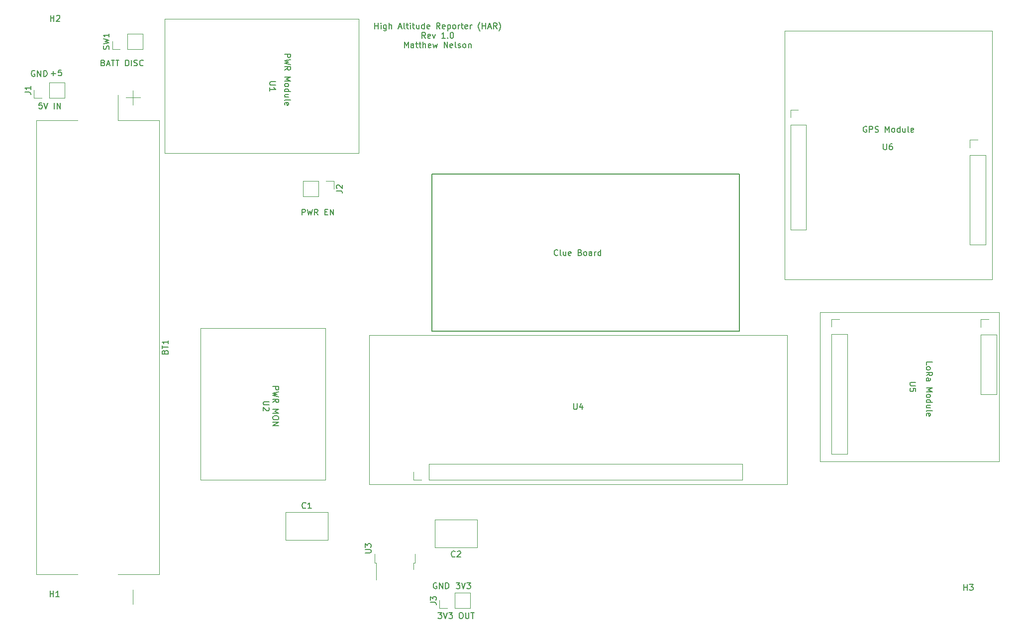
<source format=gto>
%TF.GenerationSoftware,KiCad,Pcbnew,(6.0.9-0)*%
%TF.CreationDate,2022-11-09T23:01:03-06:00*%
%TF.ProjectId,CluePCB,436c7565-5043-4422-9e6b-696361645f70,1*%
%TF.SameCoordinates,Original*%
%TF.FileFunction,Legend,Top*%
%TF.FilePolarity,Positive*%
%FSLAX46Y46*%
G04 Gerber Fmt 4.6, Leading zero omitted, Abs format (unit mm)*
G04 Created by KiCad (PCBNEW (6.0.9-0)) date 2022-11-09 23:01:03*
%MOMM*%
%LPD*%
G01*
G04 APERTURE LIST*
%ADD10C,0.150000*%
%ADD11C,0.120000*%
%ADD12R,1.700000X1.700000*%
%ADD13O,1.700000X1.700000*%
%ADD14C,3.000000*%
%ADD15C,3.450000*%
%ADD16C,2.390000*%
%ADD17R,6.350000X7.340000*%
%ADD18C,1.524000*%
%ADD19C,1.600000*%
%ADD20R,1.200000X2.200000*%
%ADD21R,5.800000X6.400000*%
G04 APERTURE END LIST*
D10*
X214647619Y-97004761D02*
X214647619Y-96528571D01*
X215647619Y-96528571D01*
X214647619Y-97480952D02*
X214695238Y-97385714D01*
X214742857Y-97338095D01*
X214838095Y-97290476D01*
X215123809Y-97290476D01*
X215219047Y-97338095D01*
X215266666Y-97385714D01*
X215314285Y-97480952D01*
X215314285Y-97623809D01*
X215266666Y-97719047D01*
X215219047Y-97766666D01*
X215123809Y-97814285D01*
X214838095Y-97814285D01*
X214742857Y-97766666D01*
X214695238Y-97719047D01*
X214647619Y-97623809D01*
X214647619Y-97480952D01*
X214647619Y-98814285D02*
X215123809Y-98480952D01*
X214647619Y-98242857D02*
X215647619Y-98242857D01*
X215647619Y-98623809D01*
X215600000Y-98719047D01*
X215552380Y-98766666D01*
X215457142Y-98814285D01*
X215314285Y-98814285D01*
X215219047Y-98766666D01*
X215171428Y-98719047D01*
X215123809Y-98623809D01*
X215123809Y-98242857D01*
X214647619Y-99671428D02*
X215171428Y-99671428D01*
X215266666Y-99623809D01*
X215314285Y-99528571D01*
X215314285Y-99338095D01*
X215266666Y-99242857D01*
X214695238Y-99671428D02*
X214647619Y-99576190D01*
X214647619Y-99338095D01*
X214695238Y-99242857D01*
X214790476Y-99195238D01*
X214885714Y-99195238D01*
X214980952Y-99242857D01*
X215028571Y-99338095D01*
X215028571Y-99576190D01*
X215076190Y-99671428D01*
X214647619Y-100909523D02*
X215647619Y-100909523D01*
X214933333Y-101242857D01*
X215647619Y-101576190D01*
X214647619Y-101576190D01*
X214647619Y-102195238D02*
X214695238Y-102100000D01*
X214742857Y-102052380D01*
X214838095Y-102004761D01*
X215123809Y-102004761D01*
X215219047Y-102052380D01*
X215266666Y-102100000D01*
X215314285Y-102195238D01*
X215314285Y-102338095D01*
X215266666Y-102433333D01*
X215219047Y-102480952D01*
X215123809Y-102528571D01*
X214838095Y-102528571D01*
X214742857Y-102480952D01*
X214695238Y-102433333D01*
X214647619Y-102338095D01*
X214647619Y-102195238D01*
X214647619Y-103385714D02*
X215647619Y-103385714D01*
X214695238Y-103385714D02*
X214647619Y-103290476D01*
X214647619Y-103100000D01*
X214695238Y-103004761D01*
X214742857Y-102957142D01*
X214838095Y-102909523D01*
X215123809Y-102909523D01*
X215219047Y-102957142D01*
X215266666Y-103004761D01*
X215314285Y-103100000D01*
X215314285Y-103290476D01*
X215266666Y-103385714D01*
X215314285Y-104290476D02*
X214647619Y-104290476D01*
X215314285Y-103861904D02*
X214790476Y-103861904D01*
X214695238Y-103909523D01*
X214647619Y-104004761D01*
X214647619Y-104147619D01*
X214695238Y-104242857D01*
X214742857Y-104290476D01*
X214647619Y-104909523D02*
X214695238Y-104814285D01*
X214790476Y-104766666D01*
X215647619Y-104766666D01*
X214695238Y-105671428D02*
X214647619Y-105576190D01*
X214647619Y-105385714D01*
X214695238Y-105290476D01*
X214790476Y-105242857D01*
X215171428Y-105242857D01*
X215266666Y-105290476D01*
X215314285Y-105385714D01*
X215314285Y-105576190D01*
X215266666Y-105671428D01*
X215171428Y-105719047D01*
X215076190Y-105719047D01*
X214980952Y-105242857D01*
X103447619Y-100666666D02*
X104447619Y-100666666D01*
X104447619Y-101047619D01*
X104400000Y-101142857D01*
X104352380Y-101190476D01*
X104257142Y-101238095D01*
X104114285Y-101238095D01*
X104019047Y-101190476D01*
X103971428Y-101142857D01*
X103923809Y-101047619D01*
X103923809Y-100666666D01*
X104447619Y-101571428D02*
X103447619Y-101809523D01*
X104161904Y-102000000D01*
X103447619Y-102190476D01*
X104447619Y-102428571D01*
X103447619Y-103380952D02*
X103923809Y-103047619D01*
X103447619Y-102809523D02*
X104447619Y-102809523D01*
X104447619Y-103190476D01*
X104400000Y-103285714D01*
X104352380Y-103333333D01*
X104257142Y-103380952D01*
X104114285Y-103380952D01*
X104019047Y-103333333D01*
X103971428Y-103285714D01*
X103923809Y-103190476D01*
X103923809Y-102809523D01*
X103447619Y-104571428D02*
X104447619Y-104571428D01*
X103733333Y-104904761D01*
X104447619Y-105238095D01*
X103447619Y-105238095D01*
X104447619Y-105904761D02*
X104447619Y-106095238D01*
X104400000Y-106190476D01*
X104304761Y-106285714D01*
X104114285Y-106333333D01*
X103780952Y-106333333D01*
X103590476Y-106285714D01*
X103495238Y-106190476D01*
X103447619Y-106095238D01*
X103447619Y-105904761D01*
X103495238Y-105809523D01*
X103590476Y-105714285D01*
X103780952Y-105666666D01*
X104114285Y-105666666D01*
X104304761Y-105714285D01*
X104400000Y-105809523D01*
X104447619Y-105904761D01*
X103447619Y-106761904D02*
X104447619Y-106761904D01*
X103447619Y-107333333D01*
X104447619Y-107333333D01*
X105447619Y-44066666D02*
X106447619Y-44066666D01*
X106447619Y-44447619D01*
X106400000Y-44542857D01*
X106352380Y-44590476D01*
X106257142Y-44638095D01*
X106114285Y-44638095D01*
X106019047Y-44590476D01*
X105971428Y-44542857D01*
X105923809Y-44447619D01*
X105923809Y-44066666D01*
X106447619Y-44971428D02*
X105447619Y-45209523D01*
X106161904Y-45400000D01*
X105447619Y-45590476D01*
X106447619Y-45828571D01*
X105447619Y-46780952D02*
X105923809Y-46447619D01*
X105447619Y-46209523D02*
X106447619Y-46209523D01*
X106447619Y-46590476D01*
X106400000Y-46685714D01*
X106352380Y-46733333D01*
X106257142Y-46780952D01*
X106114285Y-46780952D01*
X106019047Y-46733333D01*
X105971428Y-46685714D01*
X105923809Y-46590476D01*
X105923809Y-46209523D01*
X105447619Y-47971428D02*
X106447619Y-47971428D01*
X105733333Y-48304761D01*
X106447619Y-48638095D01*
X105447619Y-48638095D01*
X105447619Y-49257142D02*
X105495238Y-49161904D01*
X105542857Y-49114285D01*
X105638095Y-49066666D01*
X105923809Y-49066666D01*
X106019047Y-49114285D01*
X106066666Y-49161904D01*
X106114285Y-49257142D01*
X106114285Y-49400000D01*
X106066666Y-49495238D01*
X106019047Y-49542857D01*
X105923809Y-49590476D01*
X105638095Y-49590476D01*
X105542857Y-49542857D01*
X105495238Y-49495238D01*
X105447619Y-49400000D01*
X105447619Y-49257142D01*
X105447619Y-50447619D02*
X106447619Y-50447619D01*
X105495238Y-50447619D02*
X105447619Y-50352380D01*
X105447619Y-50161904D01*
X105495238Y-50066666D01*
X105542857Y-50019047D01*
X105638095Y-49971428D01*
X105923809Y-49971428D01*
X106019047Y-50019047D01*
X106066666Y-50066666D01*
X106114285Y-50161904D01*
X106114285Y-50352380D01*
X106066666Y-50447619D01*
X106114285Y-51352380D02*
X105447619Y-51352380D01*
X106114285Y-50923809D02*
X105590476Y-50923809D01*
X105495238Y-50971428D01*
X105447619Y-51066666D01*
X105447619Y-51209523D01*
X105495238Y-51304761D01*
X105542857Y-51352380D01*
X105447619Y-51971428D02*
X105495238Y-51876190D01*
X105590476Y-51828571D01*
X106447619Y-51828571D01*
X105495238Y-52733333D02*
X105447619Y-52638095D01*
X105447619Y-52447619D01*
X105495238Y-52352380D01*
X105590476Y-52304761D01*
X105971428Y-52304761D01*
X106066666Y-52352380D01*
X106114285Y-52447619D01*
X106114285Y-52638095D01*
X106066666Y-52733333D01*
X105971428Y-52780952D01*
X105876190Y-52780952D01*
X105780952Y-52304761D01*
X204485714Y-56400000D02*
X204390476Y-56352380D01*
X204247619Y-56352380D01*
X204104761Y-56400000D01*
X204009523Y-56495238D01*
X203961904Y-56590476D01*
X203914285Y-56780952D01*
X203914285Y-56923809D01*
X203961904Y-57114285D01*
X204009523Y-57209523D01*
X204104761Y-57304761D01*
X204247619Y-57352380D01*
X204342857Y-57352380D01*
X204485714Y-57304761D01*
X204533333Y-57257142D01*
X204533333Y-56923809D01*
X204342857Y-56923809D01*
X204961904Y-57352380D02*
X204961904Y-56352380D01*
X205342857Y-56352380D01*
X205438095Y-56400000D01*
X205485714Y-56447619D01*
X205533333Y-56542857D01*
X205533333Y-56685714D01*
X205485714Y-56780952D01*
X205438095Y-56828571D01*
X205342857Y-56876190D01*
X204961904Y-56876190D01*
X205914285Y-57304761D02*
X206057142Y-57352380D01*
X206295238Y-57352380D01*
X206390476Y-57304761D01*
X206438095Y-57257142D01*
X206485714Y-57161904D01*
X206485714Y-57066666D01*
X206438095Y-56971428D01*
X206390476Y-56923809D01*
X206295238Y-56876190D01*
X206104761Y-56828571D01*
X206009523Y-56780952D01*
X205961904Y-56733333D01*
X205914285Y-56638095D01*
X205914285Y-56542857D01*
X205961904Y-56447619D01*
X206009523Y-56400000D01*
X206104761Y-56352380D01*
X206342857Y-56352380D01*
X206485714Y-56400000D01*
X207676190Y-57352380D02*
X207676190Y-56352380D01*
X208009523Y-57066666D01*
X208342857Y-56352380D01*
X208342857Y-57352380D01*
X208961904Y-57352380D02*
X208866666Y-57304761D01*
X208819047Y-57257142D01*
X208771428Y-57161904D01*
X208771428Y-56876190D01*
X208819047Y-56780952D01*
X208866666Y-56733333D01*
X208961904Y-56685714D01*
X209104761Y-56685714D01*
X209200000Y-56733333D01*
X209247619Y-56780952D01*
X209295238Y-56876190D01*
X209295238Y-57161904D01*
X209247619Y-57257142D01*
X209200000Y-57304761D01*
X209104761Y-57352380D01*
X208961904Y-57352380D01*
X210152380Y-57352380D02*
X210152380Y-56352380D01*
X210152380Y-57304761D02*
X210057142Y-57352380D01*
X209866666Y-57352380D01*
X209771428Y-57304761D01*
X209723809Y-57257142D01*
X209676190Y-57161904D01*
X209676190Y-56876190D01*
X209723809Y-56780952D01*
X209771428Y-56733333D01*
X209866666Y-56685714D01*
X210057142Y-56685714D01*
X210152380Y-56733333D01*
X211057142Y-56685714D02*
X211057142Y-57352380D01*
X210628571Y-56685714D02*
X210628571Y-57209523D01*
X210676190Y-57304761D01*
X210771428Y-57352380D01*
X210914285Y-57352380D01*
X211009523Y-57304761D01*
X211057142Y-57257142D01*
X211676190Y-57352380D02*
X211580952Y-57304761D01*
X211533333Y-57209523D01*
X211533333Y-56352380D01*
X212438095Y-57304761D02*
X212342857Y-57352380D01*
X212152380Y-57352380D01*
X212057142Y-57304761D01*
X212009523Y-57209523D01*
X212009523Y-56828571D01*
X212057142Y-56733333D01*
X212152380Y-56685714D01*
X212342857Y-56685714D01*
X212438095Y-56733333D01*
X212485714Y-56828571D01*
X212485714Y-56923809D01*
X212009523Y-57019047D01*
X120809523Y-39742380D02*
X120809523Y-38742380D01*
X120809523Y-39218571D02*
X121380952Y-39218571D01*
X121380952Y-39742380D02*
X121380952Y-38742380D01*
X121857142Y-39742380D02*
X121857142Y-39075714D01*
X121857142Y-38742380D02*
X121809523Y-38790000D01*
X121857142Y-38837619D01*
X121904761Y-38790000D01*
X121857142Y-38742380D01*
X121857142Y-38837619D01*
X122761904Y-39075714D02*
X122761904Y-39885238D01*
X122714285Y-39980476D01*
X122666666Y-40028095D01*
X122571428Y-40075714D01*
X122428571Y-40075714D01*
X122333333Y-40028095D01*
X122761904Y-39694761D02*
X122666666Y-39742380D01*
X122476190Y-39742380D01*
X122380952Y-39694761D01*
X122333333Y-39647142D01*
X122285714Y-39551904D01*
X122285714Y-39266190D01*
X122333333Y-39170952D01*
X122380952Y-39123333D01*
X122476190Y-39075714D01*
X122666666Y-39075714D01*
X122761904Y-39123333D01*
X123238095Y-39742380D02*
X123238095Y-38742380D01*
X123666666Y-39742380D02*
X123666666Y-39218571D01*
X123619047Y-39123333D01*
X123523809Y-39075714D01*
X123380952Y-39075714D01*
X123285714Y-39123333D01*
X123238095Y-39170952D01*
X124857142Y-39456666D02*
X125333333Y-39456666D01*
X124761904Y-39742380D02*
X125095238Y-38742380D01*
X125428571Y-39742380D01*
X125904761Y-39742380D02*
X125809523Y-39694761D01*
X125761904Y-39599523D01*
X125761904Y-38742380D01*
X126142857Y-39075714D02*
X126523809Y-39075714D01*
X126285714Y-38742380D02*
X126285714Y-39599523D01*
X126333333Y-39694761D01*
X126428571Y-39742380D01*
X126523809Y-39742380D01*
X126857142Y-39742380D02*
X126857142Y-39075714D01*
X126857142Y-38742380D02*
X126809523Y-38790000D01*
X126857142Y-38837619D01*
X126904761Y-38790000D01*
X126857142Y-38742380D01*
X126857142Y-38837619D01*
X127190476Y-39075714D02*
X127571428Y-39075714D01*
X127333333Y-38742380D02*
X127333333Y-39599523D01*
X127380952Y-39694761D01*
X127476190Y-39742380D01*
X127571428Y-39742380D01*
X128333333Y-39075714D02*
X128333333Y-39742380D01*
X127904761Y-39075714D02*
X127904761Y-39599523D01*
X127952380Y-39694761D01*
X128047619Y-39742380D01*
X128190476Y-39742380D01*
X128285714Y-39694761D01*
X128333333Y-39647142D01*
X129238095Y-39742380D02*
X129238095Y-38742380D01*
X129238095Y-39694761D02*
X129142857Y-39742380D01*
X128952380Y-39742380D01*
X128857142Y-39694761D01*
X128809523Y-39647142D01*
X128761904Y-39551904D01*
X128761904Y-39266190D01*
X128809523Y-39170952D01*
X128857142Y-39123333D01*
X128952380Y-39075714D01*
X129142857Y-39075714D01*
X129238095Y-39123333D01*
X130095238Y-39694761D02*
X130000000Y-39742380D01*
X129809523Y-39742380D01*
X129714285Y-39694761D01*
X129666666Y-39599523D01*
X129666666Y-39218571D01*
X129714285Y-39123333D01*
X129809523Y-39075714D01*
X130000000Y-39075714D01*
X130095238Y-39123333D01*
X130142857Y-39218571D01*
X130142857Y-39313809D01*
X129666666Y-39409047D01*
X131904761Y-39742380D02*
X131571428Y-39266190D01*
X131333333Y-39742380D02*
X131333333Y-38742380D01*
X131714285Y-38742380D01*
X131809523Y-38790000D01*
X131857142Y-38837619D01*
X131904761Y-38932857D01*
X131904761Y-39075714D01*
X131857142Y-39170952D01*
X131809523Y-39218571D01*
X131714285Y-39266190D01*
X131333333Y-39266190D01*
X132714285Y-39694761D02*
X132619047Y-39742380D01*
X132428571Y-39742380D01*
X132333333Y-39694761D01*
X132285714Y-39599523D01*
X132285714Y-39218571D01*
X132333333Y-39123333D01*
X132428571Y-39075714D01*
X132619047Y-39075714D01*
X132714285Y-39123333D01*
X132761904Y-39218571D01*
X132761904Y-39313809D01*
X132285714Y-39409047D01*
X133190476Y-39075714D02*
X133190476Y-40075714D01*
X133190476Y-39123333D02*
X133285714Y-39075714D01*
X133476190Y-39075714D01*
X133571428Y-39123333D01*
X133619047Y-39170952D01*
X133666666Y-39266190D01*
X133666666Y-39551904D01*
X133619047Y-39647142D01*
X133571428Y-39694761D01*
X133476190Y-39742380D01*
X133285714Y-39742380D01*
X133190476Y-39694761D01*
X134238095Y-39742380D02*
X134142857Y-39694761D01*
X134095238Y-39647142D01*
X134047619Y-39551904D01*
X134047619Y-39266190D01*
X134095238Y-39170952D01*
X134142857Y-39123333D01*
X134238095Y-39075714D01*
X134380952Y-39075714D01*
X134476190Y-39123333D01*
X134523809Y-39170952D01*
X134571428Y-39266190D01*
X134571428Y-39551904D01*
X134523809Y-39647142D01*
X134476190Y-39694761D01*
X134380952Y-39742380D01*
X134238095Y-39742380D01*
X135000000Y-39742380D02*
X135000000Y-39075714D01*
X135000000Y-39266190D02*
X135047619Y-39170952D01*
X135095238Y-39123333D01*
X135190476Y-39075714D01*
X135285714Y-39075714D01*
X135476190Y-39075714D02*
X135857142Y-39075714D01*
X135619047Y-38742380D02*
X135619047Y-39599523D01*
X135666666Y-39694761D01*
X135761904Y-39742380D01*
X135857142Y-39742380D01*
X136571428Y-39694761D02*
X136476190Y-39742380D01*
X136285714Y-39742380D01*
X136190476Y-39694761D01*
X136142857Y-39599523D01*
X136142857Y-39218571D01*
X136190476Y-39123333D01*
X136285714Y-39075714D01*
X136476190Y-39075714D01*
X136571428Y-39123333D01*
X136619047Y-39218571D01*
X136619047Y-39313809D01*
X136142857Y-39409047D01*
X137047619Y-39742380D02*
X137047619Y-39075714D01*
X137047619Y-39266190D02*
X137095238Y-39170952D01*
X137142857Y-39123333D01*
X137238095Y-39075714D01*
X137333333Y-39075714D01*
X138714285Y-40123333D02*
X138666666Y-40075714D01*
X138571428Y-39932857D01*
X138523809Y-39837619D01*
X138476190Y-39694761D01*
X138428571Y-39456666D01*
X138428571Y-39266190D01*
X138476190Y-39028095D01*
X138523809Y-38885238D01*
X138571428Y-38790000D01*
X138666666Y-38647142D01*
X138714285Y-38599523D01*
X139095238Y-39742380D02*
X139095238Y-38742380D01*
X139095238Y-39218571D02*
X139666666Y-39218571D01*
X139666666Y-39742380D02*
X139666666Y-38742380D01*
X140095238Y-39456666D02*
X140571428Y-39456666D01*
X140000000Y-39742380D02*
X140333333Y-38742380D01*
X140666666Y-39742380D01*
X141571428Y-39742380D02*
X141238095Y-39266190D01*
X141000000Y-39742380D02*
X141000000Y-38742380D01*
X141380952Y-38742380D01*
X141476190Y-38790000D01*
X141523809Y-38837619D01*
X141571428Y-38932857D01*
X141571428Y-39075714D01*
X141523809Y-39170952D01*
X141476190Y-39218571D01*
X141380952Y-39266190D01*
X141000000Y-39266190D01*
X141904761Y-40123333D02*
X141952380Y-40075714D01*
X142047619Y-39932857D01*
X142095238Y-39837619D01*
X142142857Y-39694761D01*
X142190476Y-39456666D01*
X142190476Y-39266190D01*
X142142857Y-39028095D01*
X142095238Y-38885238D01*
X142047619Y-38790000D01*
X141952380Y-38647142D01*
X141904761Y-38599523D01*
X129428571Y-41352380D02*
X129095238Y-40876190D01*
X128857142Y-41352380D02*
X128857142Y-40352380D01*
X129238095Y-40352380D01*
X129333333Y-40400000D01*
X129380952Y-40447619D01*
X129428571Y-40542857D01*
X129428571Y-40685714D01*
X129380952Y-40780952D01*
X129333333Y-40828571D01*
X129238095Y-40876190D01*
X128857142Y-40876190D01*
X130238095Y-41304761D02*
X130142857Y-41352380D01*
X129952380Y-41352380D01*
X129857142Y-41304761D01*
X129809523Y-41209523D01*
X129809523Y-40828571D01*
X129857142Y-40733333D01*
X129952380Y-40685714D01*
X130142857Y-40685714D01*
X130238095Y-40733333D01*
X130285714Y-40828571D01*
X130285714Y-40923809D01*
X129809523Y-41019047D01*
X130619047Y-40685714D02*
X130857142Y-41352380D01*
X131095238Y-40685714D01*
X132761904Y-41352380D02*
X132190476Y-41352380D01*
X132476190Y-41352380D02*
X132476190Y-40352380D01*
X132380952Y-40495238D01*
X132285714Y-40590476D01*
X132190476Y-40638095D01*
X133190476Y-41257142D02*
X133238095Y-41304761D01*
X133190476Y-41352380D01*
X133142857Y-41304761D01*
X133190476Y-41257142D01*
X133190476Y-41352380D01*
X133857142Y-40352380D02*
X133952380Y-40352380D01*
X134047619Y-40400000D01*
X134095238Y-40447619D01*
X134142857Y-40542857D01*
X134190476Y-40733333D01*
X134190476Y-40971428D01*
X134142857Y-41161904D01*
X134095238Y-41257142D01*
X134047619Y-41304761D01*
X133952380Y-41352380D01*
X133857142Y-41352380D01*
X133761904Y-41304761D01*
X133714285Y-41257142D01*
X133666666Y-41161904D01*
X133619047Y-40971428D01*
X133619047Y-40733333D01*
X133666666Y-40542857D01*
X133714285Y-40447619D01*
X133761904Y-40400000D01*
X133857142Y-40352380D01*
X125833333Y-42962380D02*
X125833333Y-41962380D01*
X126166666Y-42676666D01*
X126500000Y-41962380D01*
X126500000Y-42962380D01*
X127404761Y-42962380D02*
X127404761Y-42438571D01*
X127357142Y-42343333D01*
X127261904Y-42295714D01*
X127071428Y-42295714D01*
X126976190Y-42343333D01*
X127404761Y-42914761D02*
X127309523Y-42962380D01*
X127071428Y-42962380D01*
X126976190Y-42914761D01*
X126928571Y-42819523D01*
X126928571Y-42724285D01*
X126976190Y-42629047D01*
X127071428Y-42581428D01*
X127309523Y-42581428D01*
X127404761Y-42533809D01*
X127738095Y-42295714D02*
X128119047Y-42295714D01*
X127880952Y-41962380D02*
X127880952Y-42819523D01*
X127928571Y-42914761D01*
X128023809Y-42962380D01*
X128119047Y-42962380D01*
X128309523Y-42295714D02*
X128690476Y-42295714D01*
X128452380Y-41962380D02*
X128452380Y-42819523D01*
X128500000Y-42914761D01*
X128595238Y-42962380D01*
X128690476Y-42962380D01*
X129023809Y-42962380D02*
X129023809Y-41962380D01*
X129452380Y-42962380D02*
X129452380Y-42438571D01*
X129404761Y-42343333D01*
X129309523Y-42295714D01*
X129166666Y-42295714D01*
X129071428Y-42343333D01*
X129023809Y-42390952D01*
X130309523Y-42914761D02*
X130214285Y-42962380D01*
X130023809Y-42962380D01*
X129928571Y-42914761D01*
X129880952Y-42819523D01*
X129880952Y-42438571D01*
X129928571Y-42343333D01*
X130023809Y-42295714D01*
X130214285Y-42295714D01*
X130309523Y-42343333D01*
X130357142Y-42438571D01*
X130357142Y-42533809D01*
X129880952Y-42629047D01*
X130690476Y-42295714D02*
X130880952Y-42962380D01*
X131071428Y-42486190D01*
X131261904Y-42962380D01*
X131452380Y-42295714D01*
X132595238Y-42962380D02*
X132595238Y-41962380D01*
X133166666Y-42962380D01*
X133166666Y-41962380D01*
X134023809Y-42914761D02*
X133928571Y-42962380D01*
X133738095Y-42962380D01*
X133642857Y-42914761D01*
X133595238Y-42819523D01*
X133595238Y-42438571D01*
X133642857Y-42343333D01*
X133738095Y-42295714D01*
X133928571Y-42295714D01*
X134023809Y-42343333D01*
X134071428Y-42438571D01*
X134071428Y-42533809D01*
X133595238Y-42629047D01*
X134642857Y-42962380D02*
X134547619Y-42914761D01*
X134500000Y-42819523D01*
X134500000Y-41962380D01*
X134976190Y-42914761D02*
X135071428Y-42962380D01*
X135261904Y-42962380D01*
X135357142Y-42914761D01*
X135404761Y-42819523D01*
X135404761Y-42771904D01*
X135357142Y-42676666D01*
X135261904Y-42629047D01*
X135119047Y-42629047D01*
X135023809Y-42581428D01*
X134976190Y-42486190D01*
X134976190Y-42438571D01*
X135023809Y-42343333D01*
X135119047Y-42295714D01*
X135261904Y-42295714D01*
X135357142Y-42343333D01*
X135976190Y-42962380D02*
X135880952Y-42914761D01*
X135833333Y-42867142D01*
X135785714Y-42771904D01*
X135785714Y-42486190D01*
X135833333Y-42390952D01*
X135880952Y-42343333D01*
X135976190Y-42295714D01*
X136119047Y-42295714D01*
X136214285Y-42343333D01*
X136261904Y-42390952D01*
X136309523Y-42486190D01*
X136309523Y-42771904D01*
X136261904Y-42867142D01*
X136214285Y-42914761D01*
X136119047Y-42962380D01*
X135976190Y-42962380D01*
X136738095Y-42295714D02*
X136738095Y-42962380D01*
X136738095Y-42390952D02*
X136785714Y-42343333D01*
X136880952Y-42295714D01*
X137023809Y-42295714D01*
X137119047Y-42343333D01*
X137166666Y-42438571D01*
X137166666Y-42962380D01*
X151919047Y-78257142D02*
X151871428Y-78304761D01*
X151728571Y-78352380D01*
X151633333Y-78352380D01*
X151490476Y-78304761D01*
X151395238Y-78209523D01*
X151347619Y-78114285D01*
X151300000Y-77923809D01*
X151300000Y-77780952D01*
X151347619Y-77590476D01*
X151395238Y-77495238D01*
X151490476Y-77400000D01*
X151633333Y-77352380D01*
X151728571Y-77352380D01*
X151871428Y-77400000D01*
X151919047Y-77447619D01*
X152490476Y-78352380D02*
X152395238Y-78304761D01*
X152347619Y-78209523D01*
X152347619Y-77352380D01*
X153300000Y-77685714D02*
X153300000Y-78352380D01*
X152871428Y-77685714D02*
X152871428Y-78209523D01*
X152919047Y-78304761D01*
X153014285Y-78352380D01*
X153157142Y-78352380D01*
X153252380Y-78304761D01*
X153300000Y-78257142D01*
X154157142Y-78304761D02*
X154061904Y-78352380D01*
X153871428Y-78352380D01*
X153776190Y-78304761D01*
X153728571Y-78209523D01*
X153728571Y-77828571D01*
X153776190Y-77733333D01*
X153871428Y-77685714D01*
X154061904Y-77685714D01*
X154157142Y-77733333D01*
X154204761Y-77828571D01*
X154204761Y-77923809D01*
X153728571Y-78019047D01*
X155728571Y-77828571D02*
X155871428Y-77876190D01*
X155919047Y-77923809D01*
X155966666Y-78019047D01*
X155966666Y-78161904D01*
X155919047Y-78257142D01*
X155871428Y-78304761D01*
X155776190Y-78352380D01*
X155395238Y-78352380D01*
X155395238Y-77352380D01*
X155728571Y-77352380D01*
X155823809Y-77400000D01*
X155871428Y-77447619D01*
X155919047Y-77542857D01*
X155919047Y-77638095D01*
X155871428Y-77733333D01*
X155823809Y-77780952D01*
X155728571Y-77828571D01*
X155395238Y-77828571D01*
X156538095Y-78352380D02*
X156442857Y-78304761D01*
X156395238Y-78257142D01*
X156347619Y-78161904D01*
X156347619Y-77876190D01*
X156395238Y-77780952D01*
X156442857Y-77733333D01*
X156538095Y-77685714D01*
X156680952Y-77685714D01*
X156776190Y-77733333D01*
X156823809Y-77780952D01*
X156871428Y-77876190D01*
X156871428Y-78161904D01*
X156823809Y-78257142D01*
X156776190Y-78304761D01*
X156680952Y-78352380D01*
X156538095Y-78352380D01*
X157728571Y-78352380D02*
X157728571Y-77828571D01*
X157680952Y-77733333D01*
X157585714Y-77685714D01*
X157395238Y-77685714D01*
X157300000Y-77733333D01*
X157728571Y-78304761D02*
X157633333Y-78352380D01*
X157395238Y-78352380D01*
X157300000Y-78304761D01*
X157252380Y-78209523D01*
X157252380Y-78114285D01*
X157300000Y-78019047D01*
X157395238Y-77971428D01*
X157633333Y-77971428D01*
X157728571Y-77923809D01*
X158204761Y-78352380D02*
X158204761Y-77685714D01*
X158204761Y-77876190D02*
X158252380Y-77780952D01*
X158300000Y-77733333D01*
X158395238Y-77685714D01*
X158490476Y-77685714D01*
X159252380Y-78352380D02*
X159252380Y-77352380D01*
X159252380Y-78304761D02*
X159157142Y-78352380D01*
X158966666Y-78352380D01*
X158871428Y-78304761D01*
X158823809Y-78257142D01*
X158776190Y-78161904D01*
X158776190Y-77876190D01*
X158823809Y-77780952D01*
X158871428Y-77733333D01*
X158966666Y-77685714D01*
X159157142Y-77685714D01*
X159252380Y-77733333D01*
X130550000Y-64500000D02*
X182850000Y-64500000D01*
X182850000Y-64500000D02*
X182850000Y-91200000D01*
X182850000Y-91200000D02*
X130550000Y-91200000D01*
X130550000Y-91200000D02*
X130550000Y-64500000D01*
X74585714Y-45528571D02*
X74728571Y-45576190D01*
X74776190Y-45623809D01*
X74823809Y-45719047D01*
X74823809Y-45861904D01*
X74776190Y-45957142D01*
X74728571Y-46004761D01*
X74633333Y-46052380D01*
X74252380Y-46052380D01*
X74252380Y-45052380D01*
X74585714Y-45052380D01*
X74680952Y-45100000D01*
X74728571Y-45147619D01*
X74776190Y-45242857D01*
X74776190Y-45338095D01*
X74728571Y-45433333D01*
X74680952Y-45480952D01*
X74585714Y-45528571D01*
X74252380Y-45528571D01*
X75204761Y-45766666D02*
X75680952Y-45766666D01*
X75109523Y-46052380D02*
X75442857Y-45052380D01*
X75776190Y-46052380D01*
X75966666Y-45052380D02*
X76538095Y-45052380D01*
X76252380Y-46052380D02*
X76252380Y-45052380D01*
X76728571Y-45052380D02*
X77300000Y-45052380D01*
X77014285Y-46052380D02*
X77014285Y-45052380D01*
X78395238Y-46052380D02*
X78395238Y-45052380D01*
X78633333Y-45052380D01*
X78776190Y-45100000D01*
X78871428Y-45195238D01*
X78919047Y-45290476D01*
X78966666Y-45480952D01*
X78966666Y-45623809D01*
X78919047Y-45814285D01*
X78871428Y-45909523D01*
X78776190Y-46004761D01*
X78633333Y-46052380D01*
X78395238Y-46052380D01*
X79395238Y-46052380D02*
X79395238Y-45052380D01*
X79823809Y-46004761D02*
X79966666Y-46052380D01*
X80204761Y-46052380D01*
X80300000Y-46004761D01*
X80347619Y-45957142D01*
X80395238Y-45861904D01*
X80395238Y-45766666D01*
X80347619Y-45671428D01*
X80300000Y-45623809D01*
X80204761Y-45576190D01*
X80014285Y-45528571D01*
X79919047Y-45480952D01*
X79871428Y-45433333D01*
X79823809Y-45338095D01*
X79823809Y-45242857D01*
X79871428Y-45147619D01*
X79919047Y-45100000D01*
X80014285Y-45052380D01*
X80252380Y-45052380D01*
X80395238Y-45100000D01*
X81395238Y-45957142D02*
X81347619Y-46004761D01*
X81204761Y-46052380D01*
X81109523Y-46052380D01*
X80966666Y-46004761D01*
X80871428Y-45909523D01*
X80823809Y-45814285D01*
X80776190Y-45623809D01*
X80776190Y-45480952D01*
X80823809Y-45290476D01*
X80871428Y-45195238D01*
X80966666Y-45100000D01*
X81109523Y-45052380D01*
X81204761Y-45052380D01*
X81347619Y-45100000D01*
X81395238Y-45147619D01*
X62938095Y-46900000D02*
X62842857Y-46852380D01*
X62700000Y-46852380D01*
X62557142Y-46900000D01*
X62461904Y-46995238D01*
X62414285Y-47090476D01*
X62366666Y-47280952D01*
X62366666Y-47423809D01*
X62414285Y-47614285D01*
X62461904Y-47709523D01*
X62557142Y-47804761D01*
X62700000Y-47852380D01*
X62795238Y-47852380D01*
X62938095Y-47804761D01*
X62985714Y-47757142D01*
X62985714Y-47423809D01*
X62795238Y-47423809D01*
X63414285Y-47852380D02*
X63414285Y-46852380D01*
X63985714Y-47852380D01*
X63985714Y-46852380D01*
X64461904Y-47852380D02*
X64461904Y-46852380D01*
X64700000Y-46852380D01*
X64842857Y-46900000D01*
X64938095Y-46995238D01*
X64985714Y-47090476D01*
X65033333Y-47280952D01*
X65033333Y-47423809D01*
X64985714Y-47614285D01*
X64938095Y-47709523D01*
X64842857Y-47804761D01*
X64700000Y-47852380D01*
X64461904Y-47852380D01*
X131318095Y-134120000D02*
X131222857Y-134072380D01*
X131080000Y-134072380D01*
X130937142Y-134120000D01*
X130841904Y-134215238D01*
X130794285Y-134310476D01*
X130746666Y-134500952D01*
X130746666Y-134643809D01*
X130794285Y-134834285D01*
X130841904Y-134929523D01*
X130937142Y-135024761D01*
X131080000Y-135072380D01*
X131175238Y-135072380D01*
X131318095Y-135024761D01*
X131365714Y-134977142D01*
X131365714Y-134643809D01*
X131175238Y-134643809D01*
X131794285Y-135072380D02*
X131794285Y-134072380D01*
X132365714Y-135072380D01*
X132365714Y-134072380D01*
X132841904Y-135072380D02*
X132841904Y-134072380D01*
X133080000Y-134072380D01*
X133222857Y-134120000D01*
X133318095Y-134215238D01*
X133365714Y-134310476D01*
X133413333Y-134500952D01*
X133413333Y-134643809D01*
X133365714Y-134834285D01*
X133318095Y-134929523D01*
X133222857Y-135024761D01*
X133080000Y-135072380D01*
X132841904Y-135072380D01*
X131572380Y-139152380D02*
X132191428Y-139152380D01*
X131858095Y-139533333D01*
X132000952Y-139533333D01*
X132096190Y-139580952D01*
X132143809Y-139628571D01*
X132191428Y-139723809D01*
X132191428Y-139961904D01*
X132143809Y-140057142D01*
X132096190Y-140104761D01*
X132000952Y-140152380D01*
X131715238Y-140152380D01*
X131620000Y-140104761D01*
X131572380Y-140057142D01*
X132477142Y-139152380D02*
X132810476Y-140152380D01*
X133143809Y-139152380D01*
X133381904Y-139152380D02*
X134000952Y-139152380D01*
X133667619Y-139533333D01*
X133810476Y-139533333D01*
X133905714Y-139580952D01*
X133953333Y-139628571D01*
X134000952Y-139723809D01*
X134000952Y-139961904D01*
X133953333Y-140057142D01*
X133905714Y-140104761D01*
X133810476Y-140152380D01*
X133524761Y-140152380D01*
X133429523Y-140104761D01*
X133381904Y-140057142D01*
X135381904Y-139152380D02*
X135572380Y-139152380D01*
X135667619Y-139200000D01*
X135762857Y-139295238D01*
X135810476Y-139485714D01*
X135810476Y-139819047D01*
X135762857Y-140009523D01*
X135667619Y-140104761D01*
X135572380Y-140152380D01*
X135381904Y-140152380D01*
X135286666Y-140104761D01*
X135191428Y-140009523D01*
X135143809Y-139819047D01*
X135143809Y-139485714D01*
X135191428Y-139295238D01*
X135286666Y-139200000D01*
X135381904Y-139152380D01*
X136239047Y-139152380D02*
X136239047Y-139961904D01*
X136286666Y-140057142D01*
X136334285Y-140104761D01*
X136429523Y-140152380D01*
X136620000Y-140152380D01*
X136715238Y-140104761D01*
X136762857Y-140057142D01*
X136810476Y-139961904D01*
X136810476Y-139152380D01*
X137143809Y-139152380D02*
X137715238Y-139152380D01*
X137429523Y-140152380D02*
X137429523Y-139152380D01*
X134651904Y-134072380D02*
X135270952Y-134072380D01*
X134937619Y-134453333D01*
X135080476Y-134453333D01*
X135175714Y-134500952D01*
X135223333Y-134548571D01*
X135270952Y-134643809D01*
X135270952Y-134881904D01*
X135223333Y-134977142D01*
X135175714Y-135024761D01*
X135080476Y-135072380D01*
X134794761Y-135072380D01*
X134699523Y-135024761D01*
X134651904Y-134977142D01*
X135556666Y-134072380D02*
X135890000Y-135072380D01*
X136223333Y-134072380D01*
X136461428Y-134072380D02*
X137080476Y-134072380D01*
X136747142Y-134453333D01*
X136890000Y-134453333D01*
X136985238Y-134500952D01*
X137032857Y-134548571D01*
X137080476Y-134643809D01*
X137080476Y-134881904D01*
X137032857Y-134977142D01*
X136985238Y-135024761D01*
X136890000Y-135072380D01*
X136604285Y-135072380D01*
X136509047Y-135024761D01*
X136461428Y-134977142D01*
X65742857Y-47371428D02*
X66504761Y-47371428D01*
X66123809Y-47752380D02*
X66123809Y-46990476D01*
X67457142Y-46752380D02*
X66980952Y-46752380D01*
X66933333Y-47228571D01*
X66980952Y-47180952D01*
X67076190Y-47133333D01*
X67314285Y-47133333D01*
X67409523Y-47180952D01*
X67457142Y-47228571D01*
X67504761Y-47323809D01*
X67504761Y-47561904D01*
X67457142Y-47657142D01*
X67409523Y-47704761D01*
X67314285Y-47752380D01*
X67076190Y-47752380D01*
X66980952Y-47704761D01*
X66933333Y-47657142D01*
X64166666Y-52352380D02*
X63690476Y-52352380D01*
X63642857Y-52828571D01*
X63690476Y-52780952D01*
X63785714Y-52733333D01*
X64023809Y-52733333D01*
X64119047Y-52780952D01*
X64166666Y-52828571D01*
X64214285Y-52923809D01*
X64214285Y-53161904D01*
X64166666Y-53257142D01*
X64119047Y-53304761D01*
X64023809Y-53352380D01*
X63785714Y-53352380D01*
X63690476Y-53304761D01*
X63642857Y-53257142D01*
X64500000Y-52352380D02*
X64833333Y-53352380D01*
X65166666Y-52352380D01*
X66261904Y-53352380D02*
X66261904Y-52352380D01*
X66738095Y-53352380D02*
X66738095Y-52352380D01*
X67309523Y-53352380D01*
X67309523Y-52352380D01*
X108409523Y-71452380D02*
X108409523Y-70452380D01*
X108790476Y-70452380D01*
X108885714Y-70500000D01*
X108933333Y-70547619D01*
X108980952Y-70642857D01*
X108980952Y-70785714D01*
X108933333Y-70880952D01*
X108885714Y-70928571D01*
X108790476Y-70976190D01*
X108409523Y-70976190D01*
X109314285Y-70452380D02*
X109552380Y-71452380D01*
X109742857Y-70738095D01*
X109933333Y-71452380D01*
X110171428Y-70452380D01*
X111123809Y-71452380D02*
X110790476Y-70976190D01*
X110552380Y-71452380D02*
X110552380Y-70452380D01*
X110933333Y-70452380D01*
X111028571Y-70500000D01*
X111076190Y-70547619D01*
X111123809Y-70642857D01*
X111123809Y-70785714D01*
X111076190Y-70880952D01*
X111028571Y-70928571D01*
X110933333Y-70976190D01*
X110552380Y-70976190D01*
X112314285Y-70928571D02*
X112647619Y-70928571D01*
X112790476Y-71452380D02*
X112314285Y-71452380D01*
X112314285Y-70452380D01*
X112790476Y-70452380D01*
X113219047Y-71452380D02*
X113219047Y-70452380D01*
X113790476Y-71452380D01*
X113790476Y-70452380D01*
%TO.C,U4*%
X154638095Y-103552380D02*
X154638095Y-104361904D01*
X154685714Y-104457142D01*
X154733333Y-104504761D01*
X154828571Y-104552380D01*
X155019047Y-104552380D01*
X155114285Y-104504761D01*
X155161904Y-104457142D01*
X155209523Y-104361904D01*
X155209523Y-103552380D01*
X156114285Y-103885714D02*
X156114285Y-104552380D01*
X155876190Y-103504761D02*
X155638095Y-104219047D01*
X156257142Y-104219047D01*
%TO.C,H3*%
X221038095Y-135352380D02*
X221038095Y-134352380D01*
X221038095Y-134828571D02*
X221609523Y-134828571D01*
X221609523Y-135352380D02*
X221609523Y-134352380D01*
X221990476Y-134352380D02*
X222609523Y-134352380D01*
X222276190Y-134733333D01*
X222419047Y-134733333D01*
X222514285Y-134780952D01*
X222561904Y-134828571D01*
X222609523Y-134923809D01*
X222609523Y-135161904D01*
X222561904Y-135257142D01*
X222514285Y-135304761D01*
X222419047Y-135352380D01*
X222133333Y-135352380D01*
X222038095Y-135304761D01*
X221990476Y-135257142D01*
%TO.C,H2*%
X65638095Y-38452380D02*
X65638095Y-37452380D01*
X65638095Y-37928571D02*
X66209523Y-37928571D01*
X66209523Y-38452380D02*
X66209523Y-37452380D01*
X66638095Y-37547619D02*
X66685714Y-37500000D01*
X66780952Y-37452380D01*
X67019047Y-37452380D01*
X67114285Y-37500000D01*
X67161904Y-37547619D01*
X67209523Y-37642857D01*
X67209523Y-37738095D01*
X67161904Y-37880952D01*
X66590476Y-38452380D01*
X67209523Y-38452380D01*
%TO.C,H1*%
X65538095Y-136452380D02*
X65538095Y-135452380D01*
X65538095Y-135928571D02*
X66109523Y-135928571D01*
X66109523Y-136452380D02*
X66109523Y-135452380D01*
X67109523Y-136452380D02*
X66538095Y-136452380D01*
X66823809Y-136452380D02*
X66823809Y-135452380D01*
X66728571Y-135595238D01*
X66633333Y-135690476D01*
X66538095Y-135738095D01*
%TO.C,J3*%
X130277380Y-137413333D02*
X130991666Y-137413333D01*
X131134523Y-137460952D01*
X131229761Y-137556190D01*
X131277380Y-137699047D01*
X131277380Y-137794285D01*
X130277380Y-137032380D02*
X130277380Y-136413333D01*
X130658333Y-136746666D01*
X130658333Y-136603809D01*
X130705952Y-136508571D01*
X130753571Y-136460952D01*
X130848809Y-136413333D01*
X131086904Y-136413333D01*
X131182142Y-136460952D01*
X131229761Y-136508571D01*
X131277380Y-136603809D01*
X131277380Y-136889523D01*
X131229761Y-136984761D01*
X131182142Y-137032380D01*
%TO.C,BT1*%
X85088571Y-94765714D02*
X85136190Y-94622857D01*
X85183809Y-94575238D01*
X85279047Y-94527619D01*
X85421904Y-94527619D01*
X85517142Y-94575238D01*
X85564761Y-94622857D01*
X85612380Y-94718095D01*
X85612380Y-95099047D01*
X84612380Y-95099047D01*
X84612380Y-94765714D01*
X84660000Y-94670476D01*
X84707619Y-94622857D01*
X84802857Y-94575238D01*
X84898095Y-94575238D01*
X84993333Y-94622857D01*
X85040952Y-94670476D01*
X85088571Y-94765714D01*
X85088571Y-95099047D01*
X84612380Y-94241904D02*
X84612380Y-93670476D01*
X85612380Y-93956190D02*
X84612380Y-93956190D01*
X85612380Y-92813333D02*
X85612380Y-93384761D01*
X85612380Y-93099047D02*
X84612380Y-93099047D01*
X84755238Y-93194285D01*
X84850476Y-93289523D01*
X84898095Y-93384761D01*
%TO.C,U5*%
X212847619Y-99938095D02*
X212038095Y-99938095D01*
X211942857Y-99985714D01*
X211895238Y-100033333D01*
X211847619Y-100128571D01*
X211847619Y-100319047D01*
X211895238Y-100414285D01*
X211942857Y-100461904D01*
X212038095Y-100509523D01*
X212847619Y-100509523D01*
X212847619Y-101461904D02*
X212847619Y-100985714D01*
X212371428Y-100938095D01*
X212419047Y-100985714D01*
X212466666Y-101080952D01*
X212466666Y-101319047D01*
X212419047Y-101414285D01*
X212371428Y-101461904D01*
X212276190Y-101509523D01*
X212038095Y-101509523D01*
X211942857Y-101461904D01*
X211895238Y-101414285D01*
X211847619Y-101319047D01*
X211847619Y-101080952D01*
X211895238Y-100985714D01*
X211942857Y-100938095D01*
%TO.C,U6*%
X207338095Y-59329880D02*
X207338095Y-60139404D01*
X207385714Y-60234642D01*
X207433333Y-60282261D01*
X207528571Y-60329880D01*
X207719047Y-60329880D01*
X207814285Y-60282261D01*
X207861904Y-60234642D01*
X207909523Y-60139404D01*
X207909523Y-59329880D01*
X208814285Y-59329880D02*
X208623809Y-59329880D01*
X208528571Y-59377500D01*
X208480952Y-59425119D01*
X208385714Y-59567976D01*
X208338095Y-59758452D01*
X208338095Y-60139404D01*
X208385714Y-60234642D01*
X208433333Y-60282261D01*
X208528571Y-60329880D01*
X208719047Y-60329880D01*
X208814285Y-60282261D01*
X208861904Y-60234642D01*
X208909523Y-60139404D01*
X208909523Y-59901309D01*
X208861904Y-59806071D01*
X208814285Y-59758452D01*
X208719047Y-59710833D01*
X208528571Y-59710833D01*
X208433333Y-59758452D01*
X208385714Y-59806071D01*
X208338095Y-59901309D01*
%TO.C,U2*%
X102807619Y-103238095D02*
X101998095Y-103238095D01*
X101902857Y-103285714D01*
X101855238Y-103333333D01*
X101807619Y-103428571D01*
X101807619Y-103619047D01*
X101855238Y-103714285D01*
X101902857Y-103761904D01*
X101998095Y-103809523D01*
X102807619Y-103809523D01*
X102712380Y-104238095D02*
X102760000Y-104285714D01*
X102807619Y-104380952D01*
X102807619Y-104619047D01*
X102760000Y-104714285D01*
X102712380Y-104761904D01*
X102617142Y-104809523D01*
X102521904Y-104809523D01*
X102379047Y-104761904D01*
X101807619Y-104190476D01*
X101807619Y-104809523D01*
%TO.C,J1*%
X61247380Y-50533333D02*
X61961666Y-50533333D01*
X62104523Y-50580952D01*
X62199761Y-50676190D01*
X62247380Y-50819047D01*
X62247380Y-50914285D01*
X62247380Y-49533333D02*
X62247380Y-50104761D01*
X62247380Y-49819047D02*
X61247380Y-49819047D01*
X61390238Y-49914285D01*
X61485476Y-50009523D01*
X61533095Y-50104761D01*
%TO.C,C1*%
X109053333Y-121317142D02*
X109005714Y-121364761D01*
X108862857Y-121412380D01*
X108767619Y-121412380D01*
X108624761Y-121364761D01*
X108529523Y-121269523D01*
X108481904Y-121174285D01*
X108434285Y-120983809D01*
X108434285Y-120840952D01*
X108481904Y-120650476D01*
X108529523Y-120555238D01*
X108624761Y-120460000D01*
X108767619Y-120412380D01*
X108862857Y-120412380D01*
X109005714Y-120460000D01*
X109053333Y-120507619D01*
X110005714Y-121412380D02*
X109434285Y-121412380D01*
X109720000Y-121412380D02*
X109720000Y-120412380D01*
X109624761Y-120555238D01*
X109529523Y-120650476D01*
X109434285Y-120698095D01*
%TO.C,U1*%
X103917619Y-48768095D02*
X103108095Y-48768095D01*
X103012857Y-48815714D01*
X102965238Y-48863333D01*
X102917619Y-48958571D01*
X102917619Y-49149047D01*
X102965238Y-49244285D01*
X103012857Y-49291904D01*
X103108095Y-49339523D01*
X103917619Y-49339523D01*
X102917619Y-50339523D02*
X102917619Y-49768095D01*
X102917619Y-50053809D02*
X103917619Y-50053809D01*
X103774761Y-49958571D01*
X103679523Y-49863333D01*
X103631904Y-49768095D01*
%TO.C,J2*%
X114257380Y-67333333D02*
X114971666Y-67333333D01*
X115114523Y-67380952D01*
X115209761Y-67476190D01*
X115257380Y-67619047D01*
X115257380Y-67714285D01*
X114352619Y-66904761D02*
X114305000Y-66857142D01*
X114257380Y-66761904D01*
X114257380Y-66523809D01*
X114305000Y-66428571D01*
X114352619Y-66380952D01*
X114447857Y-66333333D01*
X114543095Y-66333333D01*
X114685952Y-66380952D01*
X115257380Y-66952380D01*
X115257380Y-66333333D01*
%TO.C,C2*%
X134453333Y-129587142D02*
X134405714Y-129634761D01*
X134262857Y-129682380D01*
X134167619Y-129682380D01*
X134024761Y-129634761D01*
X133929523Y-129539523D01*
X133881904Y-129444285D01*
X133834285Y-129253809D01*
X133834285Y-129110952D01*
X133881904Y-128920476D01*
X133929523Y-128825238D01*
X134024761Y-128730000D01*
X134167619Y-128682380D01*
X134262857Y-128682380D01*
X134405714Y-128730000D01*
X134453333Y-128777619D01*
X134834285Y-128777619D02*
X134881904Y-128730000D01*
X134977142Y-128682380D01*
X135215238Y-128682380D01*
X135310476Y-128730000D01*
X135358095Y-128777619D01*
X135405714Y-128872857D01*
X135405714Y-128968095D01*
X135358095Y-129110952D01*
X134786666Y-129682380D01*
X135405714Y-129682380D01*
%TO.C,U3*%
X119157380Y-128996904D02*
X119966904Y-128996904D01*
X120062142Y-128949285D01*
X120109761Y-128901666D01*
X120157380Y-128806428D01*
X120157380Y-128615952D01*
X120109761Y-128520714D01*
X120062142Y-128473095D01*
X119966904Y-128425476D01*
X119157380Y-128425476D01*
X119157380Y-128044523D02*
X119157380Y-127425476D01*
X119538333Y-127758809D01*
X119538333Y-127615952D01*
X119585952Y-127520714D01*
X119633571Y-127473095D01*
X119728809Y-127425476D01*
X119966904Y-127425476D01*
X120062142Y-127473095D01*
X120109761Y-127520714D01*
X120157380Y-127615952D01*
X120157380Y-127901666D01*
X120109761Y-127996904D01*
X120062142Y-128044523D01*
%TO.C,SW1*%
X75544761Y-43243333D02*
X75592380Y-43100476D01*
X75592380Y-42862380D01*
X75544761Y-42767142D01*
X75497142Y-42719523D01*
X75401904Y-42671904D01*
X75306666Y-42671904D01*
X75211428Y-42719523D01*
X75163809Y-42767142D01*
X75116190Y-42862380D01*
X75068571Y-43052857D01*
X75020952Y-43148095D01*
X74973333Y-43195714D01*
X74878095Y-43243333D01*
X74782857Y-43243333D01*
X74687619Y-43195714D01*
X74640000Y-43148095D01*
X74592380Y-43052857D01*
X74592380Y-42814761D01*
X74640000Y-42671904D01*
X74592380Y-42338571D02*
X75592380Y-42100476D01*
X74878095Y-41910000D01*
X75592380Y-41719523D01*
X74592380Y-41481428D01*
X75592380Y-40576666D02*
X75592380Y-41148095D01*
X75592380Y-40862380D02*
X74592380Y-40862380D01*
X74735238Y-40957619D01*
X74830476Y-41052857D01*
X74878095Y-41148095D01*
D11*
%TO.C,U4*%
X183380000Y-116520000D02*
X183380000Y-113860000D01*
X129980000Y-113860000D02*
X183380000Y-113860000D01*
X129980000Y-116520000D02*
X129980000Y-113860000D01*
X129980000Y-116520000D02*
X183380000Y-116520000D01*
X128710000Y-116520000D02*
X127380000Y-116520000D01*
X127380000Y-116520000D02*
X127380000Y-115190000D01*
X119840000Y-91900000D02*
X190960000Y-91900000D01*
X190960000Y-91900000D02*
X190960000Y-117300000D01*
X190960000Y-117300000D02*
X119840000Y-117300000D01*
X119840000Y-117300000D02*
X119840000Y-91900000D01*
%TO.C,J3*%
X137025000Y-138410000D02*
X137025000Y-135750000D01*
X134425000Y-135750000D02*
X137025000Y-135750000D01*
X131825000Y-138410000D02*
X131825000Y-137080000D01*
X134425000Y-138410000D02*
X137025000Y-138410000D01*
X134425000Y-138410000D02*
X134425000Y-135750000D01*
X133155000Y-138410000D02*
X131825000Y-138410000D01*
%TO.C,BT1*%
X79660000Y-137730000D02*
X79660000Y-135230000D01*
X79660000Y-50230000D02*
X79660000Y-52730000D01*
X70220000Y-132620000D02*
X63220000Y-132620000D01*
X77100000Y-55340000D02*
X77100000Y-50980000D01*
X78410000Y-51480000D02*
X80910000Y-51480000D01*
X63220000Y-55340000D02*
X70220000Y-55340000D01*
X84100000Y-55340000D02*
X77100000Y-55340000D01*
X84100000Y-132620000D02*
X84100000Y-55340000D01*
X77100000Y-132620000D02*
X84080000Y-132620000D01*
X63220000Y-132620000D02*
X63220000Y-55340000D01*
%TO.C,U5*%
X223910000Y-91810000D02*
X223910000Y-102030000D01*
X198510000Y-90500000D02*
X198510000Y-89170000D01*
X198510000Y-91770000D02*
X201170000Y-91770000D01*
X223910000Y-89210000D02*
X225240000Y-89210000D01*
X198510000Y-112150000D02*
X201170000Y-112150000D01*
X223910000Y-102030000D02*
X226570000Y-102030000D01*
X226570000Y-91810000D02*
X226570000Y-102030000D01*
X198510000Y-91770000D02*
X198510000Y-112150000D01*
X223910000Y-90540000D02*
X223910000Y-89210000D01*
X223910000Y-91810000D02*
X226570000Y-91810000D01*
X198510000Y-89170000D02*
X199840000Y-89170000D01*
X201170000Y-91770000D02*
X201170000Y-112150000D01*
X227040000Y-88000000D02*
X196560000Y-88000000D01*
X196560000Y-88000000D02*
X196560000Y-113400000D01*
X196560000Y-113400000D02*
X227040000Y-113400000D01*
X227040000Y-113400000D02*
X227040000Y-88000000D01*
%TO.C,U6*%
X191520000Y-54857500D02*
X191520000Y-53527500D01*
X191520000Y-73967500D02*
X194180000Y-73967500D01*
X222060000Y-61237500D02*
X222060000Y-76537500D01*
X224720000Y-61237500D02*
X224720000Y-76537500D01*
X191520000Y-56127500D02*
X194180000Y-56127500D01*
X194180000Y-56127500D02*
X194180000Y-73967500D01*
X222060000Y-61237500D02*
X224720000Y-61237500D01*
X222060000Y-59967500D02*
X222060000Y-58637500D01*
X222070000Y-76527500D02*
X224730000Y-76527500D01*
X222060000Y-58637500D02*
X223390000Y-58637500D01*
X191520000Y-56127500D02*
X191520000Y-73967500D01*
X191520000Y-53527500D02*
X192850000Y-53527500D01*
X190560000Y-40077500D02*
X225840000Y-40077500D01*
X225840000Y-40077500D02*
X225840000Y-82407500D01*
X225840000Y-82407500D02*
X190560000Y-82407500D01*
X190560000Y-82407500D02*
X190560000Y-40077500D01*
%TO.C,U2*%
X112410000Y-90760000D02*
X91160000Y-90760000D01*
X91160000Y-90760000D02*
X91160000Y-116590000D01*
X91160000Y-116590000D02*
X112410000Y-116590000D01*
X112410000Y-116590000D02*
X112410000Y-90760000D01*
%TO.C,J1*%
X65395000Y-51530000D02*
X67995000Y-51530000D01*
X64125000Y-51530000D02*
X62795000Y-51530000D01*
X67995000Y-51530000D02*
X67995000Y-48870000D01*
X62795000Y-51530000D02*
X62795000Y-50200000D01*
X65395000Y-51530000D02*
X65395000Y-48870000D01*
X65395000Y-48870000D02*
X67995000Y-48870000D01*
%TO.C,C1*%
X105600000Y-122090000D02*
X112840000Y-122090000D01*
X112840000Y-122090000D02*
X112840000Y-126830000D01*
X105600000Y-126830000D02*
X112840000Y-126830000D01*
X105600000Y-122090000D02*
X105600000Y-126830000D01*
%TO.C,U1*%
X118110000Y-38100000D02*
X85090000Y-38100000D01*
X85090000Y-38100000D02*
X85090000Y-60960000D01*
X85090000Y-60960000D02*
X118110000Y-60960000D01*
X118110000Y-60960000D02*
X118110000Y-38100000D01*
%TO.C,J2*%
X111205000Y-68330000D02*
X108605000Y-68330000D01*
X113805000Y-65670000D02*
X113805000Y-67000000D01*
X112475000Y-65670000D02*
X113805000Y-65670000D01*
X111205000Y-65670000D02*
X111205000Y-68330000D01*
X111205000Y-65670000D02*
X108605000Y-65670000D01*
X108605000Y-65670000D02*
X108605000Y-68330000D01*
%TO.C,C2*%
X138240000Y-128100000D02*
X131000000Y-128100000D01*
X138240000Y-123360000D02*
X131000000Y-123360000D01*
X138240000Y-128100000D02*
X138240000Y-123360000D01*
X131000000Y-128100000D02*
X131000000Y-123360000D01*
%TO.C,U3*%
X127655000Y-129205000D02*
X127655000Y-130705000D01*
X120755000Y-129205000D02*
X120755000Y-130705000D01*
X120755000Y-130705000D02*
X121025000Y-130705000D01*
X121025000Y-130705000D02*
X121025000Y-133535000D01*
X127655000Y-130705000D02*
X127385000Y-130705000D01*
X127385000Y-130705000D02*
X127385000Y-131805000D01*
%TO.C,SW1*%
X76140000Y-43240000D02*
X76140000Y-41910000D01*
X78740000Y-40580000D02*
X81340000Y-40580000D01*
X81340000Y-43240000D02*
X81340000Y-40580000D01*
X78740000Y-43240000D02*
X78740000Y-40580000D01*
X77470000Y-43240000D02*
X76140000Y-43240000D01*
X78740000Y-43240000D02*
X81340000Y-43240000D01*
%TD*%
%LPC*%
D12*
%TO.C,U4*%
X128710000Y-115190000D03*
D13*
X131250000Y-115190000D03*
X133790000Y-115190000D03*
X136330000Y-115190000D03*
X138870000Y-115190000D03*
X141410000Y-115190000D03*
X143950000Y-115190000D03*
X146490000Y-115190000D03*
X149030000Y-115190000D03*
X151570000Y-115190000D03*
X154110000Y-115190000D03*
X156650000Y-115190000D03*
X159190000Y-115190000D03*
X161730000Y-115190000D03*
X164270000Y-115190000D03*
X166810000Y-115190000D03*
X169350000Y-115190000D03*
X171890000Y-115190000D03*
X174430000Y-115190000D03*
X176970000Y-115190000D03*
X179510000Y-115190000D03*
X182050000Y-115190000D03*
%TD*%
D14*
%TO.C,H3*%
X221800000Y-138900000D03*
%TD*%
%TO.C,H2*%
X66400000Y-42000000D03*
%TD*%
%TO.C,H1*%
X66300000Y-140000000D03*
%TD*%
D12*
%TO.C,J3*%
X133155000Y-137080000D03*
D13*
X135695000Y-137080000D03*
%TD*%
D15*
%TO.C,BT1*%
X65660000Y-66380000D03*
X81660000Y-121580000D03*
D16*
X81660000Y-58050000D03*
D17*
X73660000Y-54650000D03*
X73660000Y-133310000D03*
%TD*%
D12*
%TO.C,U5*%
X199840000Y-90500000D03*
D13*
X199840000Y-93040000D03*
X199840000Y-95580000D03*
X199840000Y-98120000D03*
X199840000Y-100660000D03*
X199840000Y-103200000D03*
X199840000Y-105740000D03*
X199840000Y-108280000D03*
X199840000Y-110820000D03*
D12*
X225240000Y-90540000D03*
D13*
X225240000Y-93080000D03*
X225240000Y-95620000D03*
X225240000Y-98160000D03*
X225240000Y-100700000D03*
%TD*%
D14*
%TO.C,U6*%
X222510000Y-43307500D03*
X193890000Y-43207500D03*
X222190000Y-79157500D03*
X194080000Y-78997500D03*
D12*
X192850000Y-54857500D03*
D13*
X192850000Y-57397500D03*
X192850000Y-59937500D03*
X192850000Y-62477500D03*
X192850000Y-65017500D03*
X192850000Y-67557500D03*
X192850000Y-70097500D03*
X192850000Y-72637500D03*
D12*
X223390000Y-59967500D03*
D13*
X223390000Y-62507500D03*
X223390000Y-65047500D03*
X223390000Y-67587500D03*
X223390000Y-70127500D03*
X223390000Y-72667500D03*
X223390000Y-75207500D03*
%TD*%
D14*
%TO.C,U2*%
X109660000Y-114070000D03*
X93900000Y-93270000D03*
X93860000Y-114030000D03*
X109780000Y-93130000D03*
D18*
X108360000Y-101840000D03*
X108360000Y-105430000D03*
X94230000Y-97340000D03*
X94270000Y-99950000D03*
X94230000Y-102490000D03*
X94190000Y-104960000D03*
X94190000Y-107570000D03*
X94190000Y-110140000D03*
%TD*%
D12*
%TO.C,J1*%
X64125000Y-50200000D03*
D13*
X66665000Y-50200000D03*
%TD*%
D19*
%TO.C,C1*%
X106720000Y-124460000D03*
X111720000Y-124460000D03*
%TD*%
D14*
%TO.C,U1*%
X115200000Y-45690000D03*
X88240000Y-45980000D03*
D18*
X113810000Y-40800000D03*
X111310000Y-40800000D03*
X97370000Y-47130000D03*
X94830000Y-47130000D03*
X92290000Y-47130000D03*
X86990000Y-54830000D03*
X86990000Y-57340000D03*
X110010000Y-53530000D03*
X110010000Y-56040000D03*
%TD*%
D12*
%TO.C,J2*%
X112475000Y-67000000D03*
D13*
X109935000Y-67000000D03*
%TD*%
D19*
%TO.C,C2*%
X137120000Y-125730000D03*
X132120000Y-125730000D03*
%TD*%
D20*
%TO.C,U3*%
X121925000Y-132435000D03*
D21*
X124205000Y-126135000D03*
D20*
X126485000Y-132435000D03*
%TD*%
D12*
%TO.C,SW1*%
X77470000Y-41910000D03*
D13*
X80010000Y-41910000D03*
%TD*%
M02*

</source>
